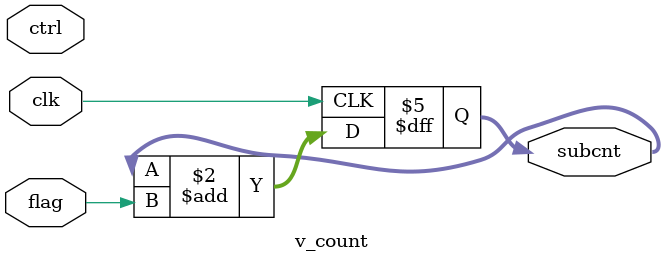
<source format=v>


module v_count (clk, flag, ctrl, subcnt );
	input wire clk;
	input wire flag;
	input wire ctrl;
	output reg [15:0] subcnt;

	initial begin
		subcnt <= 0;
	end

	always @(posedge clk) begin
		subcnt <= subcnt + flag;
	end

	always @(posedge clk) begin
		$display("subcnt = %d", subcnt);
	end

endmodule

</source>
